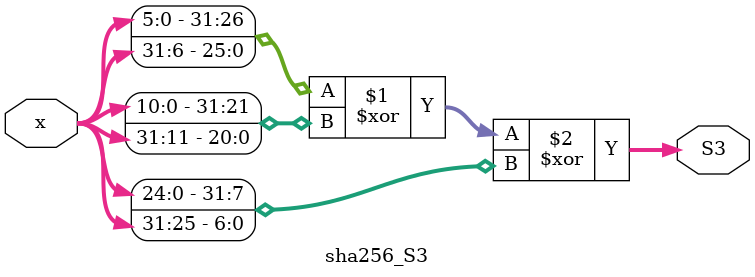
<source format=v>
module sha256_S3 (
          input wire [31:0] x,
          output wire [31:0] S3
          );

      assign S3 = ({x[5:0], x[31:6]} ^ {x[10:0], x[31:11]} ^ {x[24:0], x[31:25]});

      endmodule
</source>
